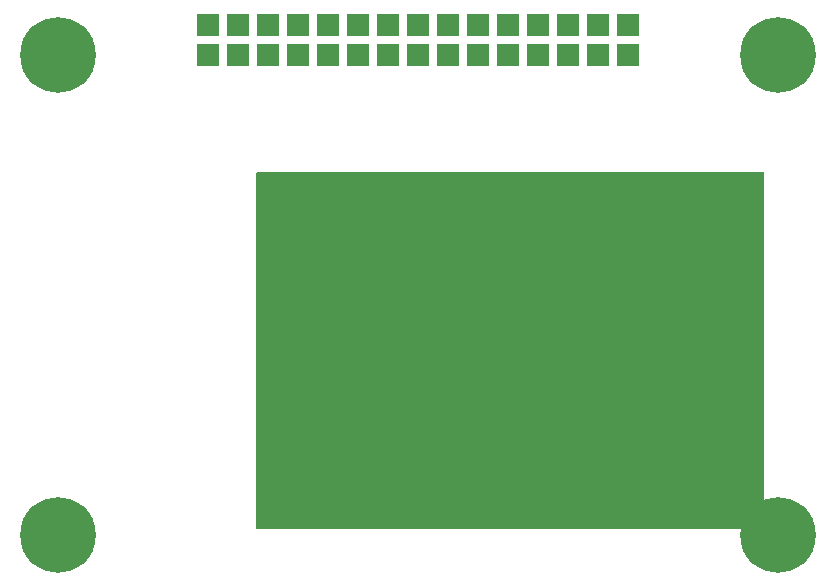
<source format=gbr>
%TF.GenerationSoftware,KiCad,Pcbnew,7.0.8-7.0.8~ubuntu23.04.1*%
%TF.CreationDate,2023-11-09T23:42:43+00:00*%
%TF.ProjectId,AIRDOS04_base,41495244-4f53-4303-945f-626173652e6b,REV*%
%TF.SameCoordinates,PX66dd020PY81342c0*%
%TF.FileFunction,Soldermask,Top*%
%TF.FilePolarity,Negative*%
%FSLAX46Y46*%
G04 Gerber Fmt 4.6, Leading zero omitted, Abs format (unit mm)*
G04 Created by KiCad (PCBNEW 7.0.8-7.0.8~ubuntu23.04.1) date 2023-11-09 23:42:43*
%MOMM*%
%LPD*%
G01*
G04 APERTURE LIST*
G04 Aperture macros list*
%AMRoundRect*
0 Rectangle with rounded corners*
0 $1 Rounding radius*
0 $2 $3 $4 $5 $6 $7 $8 $9 X,Y pos of 4 corners*
0 Add a 4 corners polygon primitive as box body*
4,1,4,$2,$3,$4,$5,$6,$7,$8,$9,$2,$3,0*
0 Add four circle primitives for the rounded corners*
1,1,$1+$1,$2,$3*
1,1,$1+$1,$4,$5*
1,1,$1+$1,$6,$7*
1,1,$1+$1,$8,$9*
0 Add four rect primitives between the rounded corners*
20,1,$1+$1,$2,$3,$4,$5,0*
20,1,$1+$1,$4,$5,$6,$7,0*
20,1,$1+$1,$6,$7,$8,$9,0*
20,1,$1+$1,$8,$9,$2,$3,0*%
G04 Aperture macros list end*
%ADD10C,6.400000*%
%ADD11C,1.924000*%
%ADD12RoundRect,0.200000X-0.762000X0.762000X-0.762000X-0.762000X0.762000X-0.762000X0.762000X0.762000X0*%
G04 APERTURE END LIST*
D10*
%TO.C,M1*%
X10160000Y50800000D03*
%TD*%
%TO.C,M2*%
X71120000Y50800000D03*
%TD*%
%TO.C,M3*%
X10160000Y10160000D03*
%TD*%
%TO.C,M4*%
X71120000Y10160000D03*
%TD*%
D11*
%TO.C,D1*%
X59424400Y23266400D03*
X59424400Y28266400D03*
%TD*%
D12*
%TO.C,J1*%
X22860000Y53340000D03*
X22860000Y50800000D03*
X25400000Y53340000D03*
X25400000Y50800000D03*
X27940000Y53340000D03*
X27940000Y50800000D03*
X30480000Y53340000D03*
X30480000Y50800000D03*
X33020000Y53340000D03*
X33020000Y50800000D03*
X35560000Y53340000D03*
X35560000Y50800000D03*
X38100000Y53340000D03*
X38100000Y50800000D03*
X40640000Y53340000D03*
X40640000Y50800000D03*
X43180000Y53340000D03*
X43180000Y50800000D03*
X45720000Y53340000D03*
X45720000Y50800000D03*
X48260000Y53340000D03*
X48260000Y50800000D03*
X50800000Y53340000D03*
X50800000Y50800000D03*
X53340000Y53340000D03*
X53340000Y50800000D03*
X55880000Y53340000D03*
X55880000Y50800000D03*
X58420000Y53340000D03*
X58420000Y50800000D03*
%TD*%
G36*
X69920039Y40874315D02*
G01*
X69965794Y40821511D01*
X69977000Y40770000D01*
X69977000Y10792000D01*
X69957315Y10724961D01*
X69904511Y10679206D01*
X69853000Y10668000D01*
X27048000Y10668000D01*
X26980961Y10687685D01*
X26935206Y10740489D01*
X26924000Y10792000D01*
X26924000Y40770000D01*
X26943685Y40837039D01*
X26996489Y40882794D01*
X27048000Y40894000D01*
X69853000Y40894000D01*
X69920039Y40874315D01*
G37*
M02*

</source>
